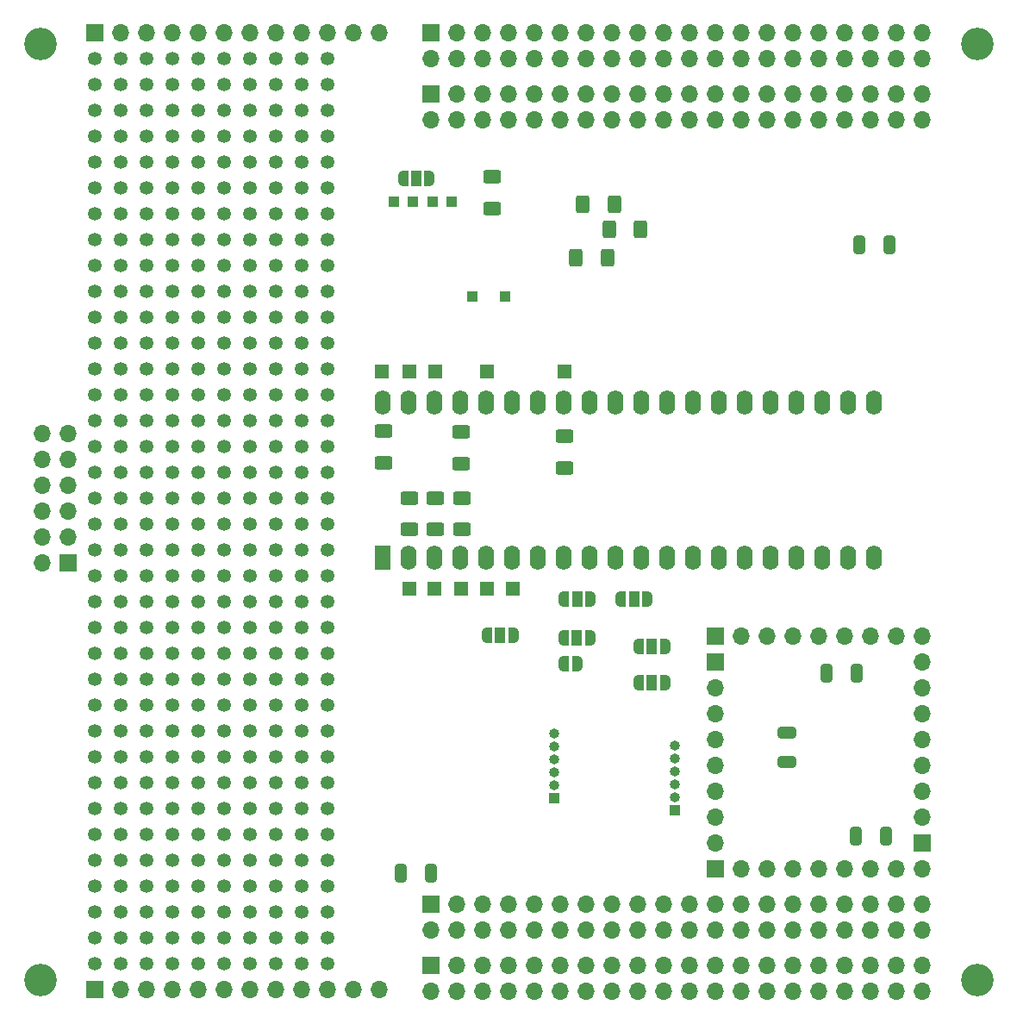
<source format=gbr>
%TF.GenerationSoftware,KiCad,Pcbnew,7.0.7-7.0.7~ubuntu20.04.1*%
%TF.CreationDate,2023-09-08T17:20:42+02:00*%
%TF.ProjectId,CPU_6809_board,4350555f-3638-4303-995f-626f6172642e,rev?*%
%TF.SameCoordinates,Original*%
%TF.FileFunction,Soldermask,Bot*%
%TF.FilePolarity,Negative*%
%FSLAX46Y46*%
G04 Gerber Fmt 4.6, Leading zero omitted, Abs format (unit mm)*
G04 Created by KiCad (PCBNEW 7.0.7-7.0.7~ubuntu20.04.1) date 2023-09-08 17:20:42*
%MOMM*%
%LPD*%
G01*
G04 APERTURE LIST*
G04 Aperture macros list*
%AMRoundRect*
0 Rectangle with rounded corners*
0 $1 Rounding radius*
0 $2 $3 $4 $5 $6 $7 $8 $9 X,Y pos of 4 corners*
0 Add a 4 corners polygon primitive as box body*
4,1,4,$2,$3,$4,$5,$6,$7,$8,$9,$2,$3,0*
0 Add four circle primitives for the rounded corners*
1,1,$1+$1,$2,$3*
1,1,$1+$1,$4,$5*
1,1,$1+$1,$6,$7*
1,1,$1+$1,$8,$9*
0 Add four rect primitives between the rounded corners*
20,1,$1+$1,$2,$3,$4,$5,0*
20,1,$1+$1,$4,$5,$6,$7,0*
20,1,$1+$1,$6,$7,$8,$9,0*
20,1,$1+$1,$8,$9,$2,$3,0*%
%AMFreePoly0*
4,1,19,0.550000,-0.750000,0.000000,-0.750000,0.000000,-0.744911,-0.071157,-0.744911,-0.207708,-0.704816,-0.327430,-0.627875,-0.420627,-0.520320,-0.479746,-0.390866,-0.500000,-0.250000,-0.500000,0.250000,-0.479746,0.390866,-0.420627,0.520320,-0.327430,0.627875,-0.207708,0.704816,-0.071157,0.744911,0.000000,0.744911,0.000000,0.750000,0.550000,0.750000,0.550000,-0.750000,0.550000,-0.750000,
$1*%
%AMFreePoly1*
4,1,19,0.000000,0.744911,0.071157,0.744911,0.207708,0.704816,0.327430,0.627875,0.420627,0.520320,0.479746,0.390866,0.500000,0.250000,0.500000,-0.250000,0.479746,-0.390866,0.420627,-0.520320,0.327430,-0.627875,0.207708,-0.704816,0.071157,-0.744911,0.000000,-0.744911,0.000000,-0.750000,-0.550000,-0.750000,-0.550000,0.750000,0.000000,0.750000,0.000000,0.744911,0.000000,0.744911,
$1*%
%AMFreePoly2*
4,1,19,0.500000,-0.750000,0.000000,-0.750000,0.000000,-0.744911,-0.071157,-0.744911,-0.207708,-0.704816,-0.327430,-0.627875,-0.420627,-0.520320,-0.479746,-0.390866,-0.500000,-0.250000,-0.500000,0.250000,-0.479746,0.390866,-0.420627,0.520320,-0.327430,0.627875,-0.207708,0.704816,-0.071157,0.744911,0.000000,0.744911,0.000000,0.750000,0.500000,0.750000,0.500000,-0.750000,0.500000,-0.750000,
$1*%
%AMFreePoly3*
4,1,19,0.000000,0.744911,0.071157,0.744911,0.207708,0.704816,0.327430,0.627875,0.420627,0.520320,0.479746,0.390866,0.500000,0.250000,0.500000,-0.250000,0.479746,-0.390866,0.420627,-0.520320,0.327430,-0.627875,0.207708,-0.704816,0.071157,-0.744911,0.000000,-0.744911,0.000000,-0.750000,-0.500000,-0.750000,-0.500000,0.750000,0.000000,0.750000,0.000000,0.744911,0.000000,0.744911,
$1*%
G04 Aperture macros list end*
%ADD10R,1.700000X1.700000*%
%ADD11O,1.700000X1.700000*%
%ADD12R,1.000000X1.000000*%
%ADD13C,1.350000*%
%ADD14R,1.350000X1.350000*%
%ADD15O,1.000000X1.000000*%
%ADD16R,1.600000X2.400000*%
%ADD17O,1.600000X2.400000*%
%ADD18C,3.200000*%
%ADD19FreePoly0,0.000000*%
%ADD20R,1.000000X1.500000*%
%ADD21FreePoly1,0.000000*%
%ADD22RoundRect,0.250000X0.625000X-0.400000X0.625000X0.400000X-0.625000X0.400000X-0.625000X-0.400000X0*%
%ADD23RoundRect,0.250000X0.325000X0.650000X-0.325000X0.650000X-0.325000X-0.650000X0.325000X-0.650000X0*%
%ADD24RoundRect,0.250000X-0.625000X0.400000X-0.625000X-0.400000X0.625000X-0.400000X0.625000X0.400000X0*%
%ADD25FreePoly2,0.000000*%
%ADD26FreePoly3,0.000000*%
%ADD27FreePoly0,180.000000*%
%ADD28FreePoly1,180.000000*%
%ADD29RoundRect,0.250000X-0.400000X-0.625000X0.400000X-0.625000X0.400000X0.625000X-0.400000X0.625000X0*%
%ADD30RoundRect,0.250000X-0.325000X-0.650000X0.325000X-0.650000X0.325000X0.650000X-0.325000X0.650000X0*%
%ADD31RoundRect,0.250000X0.400000X0.625000X-0.400000X0.625000X-0.400000X-0.625000X0.400000X-0.625000X0*%
%ADD32RoundRect,0.250000X-0.650000X0.325000X-0.650000X-0.325000X0.650000X-0.325000X0.650000X0.325000X0*%
G04 APERTURE END LIST*
D10*
%TO.C,J8*%
X167640000Y-130389005D03*
D11*
X170180000Y-130389005D03*
X172720000Y-130389005D03*
X175260000Y-130389005D03*
X177800000Y-130389005D03*
X180340000Y-130389005D03*
X182880000Y-130389005D03*
X185420000Y-130389005D03*
X187960000Y-130389005D03*
%TD*%
D12*
%TO.C,J13*%
X136042400Y-64897000D03*
%TD*%
D13*
%TO.C,J26*%
X129540000Y-139700000D03*
X129540000Y-137160000D03*
X129540000Y-134620000D03*
X129540000Y-132080000D03*
X129540000Y-129540000D03*
X129540000Y-127000000D03*
X129540000Y-124460000D03*
X129540000Y-121920000D03*
X129540000Y-119380000D03*
X129540000Y-116840000D03*
X129540000Y-114300000D03*
X129540000Y-111760000D03*
X129540000Y-109220000D03*
X129540000Y-106680000D03*
X129540000Y-104140000D03*
X129540000Y-101600000D03*
X129540000Y-99060000D03*
X129540000Y-96520000D03*
X129540000Y-93980000D03*
X129540000Y-91440000D03*
X129540000Y-88900000D03*
X129540000Y-86360000D03*
X129540000Y-83820000D03*
X129540000Y-81280000D03*
X129540000Y-78740000D03*
X129540000Y-76200000D03*
X129540000Y-73660000D03*
X129540000Y-71120000D03*
X129540000Y-68580000D03*
X129540000Y-66040000D03*
X129540000Y-63500000D03*
X129540000Y-60960000D03*
X129540000Y-58420000D03*
X129540000Y-55880000D03*
X129540000Y-53340000D03*
X129540000Y-50800000D03*
X127000000Y-50800000D03*
X127000000Y-53340000D03*
X127000000Y-55880000D03*
X127000000Y-58420000D03*
X127000000Y-60960000D03*
X127000000Y-63500000D03*
X127000000Y-66040000D03*
X127000000Y-68580000D03*
X127000000Y-71120000D03*
X127000000Y-73660000D03*
X127000000Y-76200000D03*
X127000000Y-78740000D03*
X127000000Y-81280000D03*
X127000000Y-83820000D03*
X127000000Y-86360000D03*
X127000000Y-88900000D03*
X127000000Y-91440000D03*
X127000000Y-93980000D03*
X127000000Y-96520000D03*
X127000000Y-99060000D03*
X127000000Y-101600000D03*
X127000000Y-104140000D03*
X127000000Y-106680000D03*
X127000000Y-109220000D03*
X127000000Y-111760000D03*
X127000000Y-114300000D03*
X127000000Y-116840000D03*
X127000000Y-119380000D03*
X127000000Y-121920000D03*
X127000000Y-124460000D03*
X127000000Y-127000000D03*
X127000000Y-129540000D03*
X127000000Y-132080000D03*
X127000000Y-134620000D03*
X127000000Y-137160000D03*
X127000000Y-139700000D03*
%TD*%
D10*
%TO.C,J1*%
X139700000Y-48303005D03*
D11*
X139700000Y-50843005D03*
X142240000Y-48303005D03*
X142240000Y-50843005D03*
X144780000Y-48303005D03*
X144780000Y-50843005D03*
X147320000Y-48303005D03*
X147320000Y-50843005D03*
X149860000Y-48303005D03*
X149860000Y-50843005D03*
X152400000Y-48303005D03*
X152400000Y-50843005D03*
X154940000Y-48303005D03*
X154940000Y-50843005D03*
X157480000Y-48303005D03*
X157480000Y-50843005D03*
X160020000Y-48303005D03*
X160020000Y-50843005D03*
X162560000Y-48303005D03*
X162560000Y-50843005D03*
X165100000Y-48303005D03*
X165100000Y-50843005D03*
X167640000Y-48303005D03*
X167640000Y-50843005D03*
X170180000Y-48303005D03*
X170180000Y-50843005D03*
X172720000Y-48303005D03*
X172720000Y-50843005D03*
X175260000Y-48303005D03*
X175260000Y-50843005D03*
X177800000Y-48303005D03*
X177800000Y-50843005D03*
X180340000Y-48303005D03*
X180340000Y-50843005D03*
X182880000Y-48303005D03*
X182880000Y-50843005D03*
X185420000Y-48303005D03*
X185420000Y-50843005D03*
X187960000Y-48303005D03*
X187960000Y-50843005D03*
%TD*%
D12*
%TO.C,J14*%
X141757400Y-64897000D03*
%TD*%
D14*
%TO.C,J9*%
X137541000Y-102870000D03*
%TD*%
D12*
%TO.C,J11*%
X143789400Y-74168000D03*
%TD*%
%TO.C,J31*%
X163677600Y-124663200D03*
D15*
X163677600Y-123393200D03*
X163677600Y-122123200D03*
X163677600Y-120853200D03*
X163677600Y-119583200D03*
X163677600Y-118313200D03*
%TD*%
D10*
%TO.C,J5*%
X167640000Y-107529005D03*
D11*
X170180000Y-107529005D03*
X172720000Y-107529005D03*
X175260000Y-107529005D03*
X177800000Y-107529005D03*
X180340000Y-107529005D03*
X182880000Y-107529005D03*
X185420000Y-107529005D03*
X187960000Y-107529005D03*
%TD*%
D10*
%TO.C,J4*%
X139700000Y-133849005D03*
D11*
X139700000Y-136389005D03*
X142240000Y-133849005D03*
X142240000Y-136389005D03*
X144780000Y-133849005D03*
X144780000Y-136389005D03*
X147320000Y-133849005D03*
X147320000Y-136389005D03*
X149860000Y-133849005D03*
X149860000Y-136389005D03*
X152400000Y-133849005D03*
X152400000Y-136389005D03*
X154940000Y-133849005D03*
X154940000Y-136389005D03*
X157480000Y-133849005D03*
X157480000Y-136389005D03*
X160020000Y-133849005D03*
X160020000Y-136389005D03*
X162560000Y-133849005D03*
X162560000Y-136389005D03*
X165100000Y-133849005D03*
X165100000Y-136389005D03*
X167640000Y-133849005D03*
X167640000Y-136389005D03*
X170180000Y-133849005D03*
X170180000Y-136389005D03*
X172720000Y-133849005D03*
X172720000Y-136389005D03*
X175260000Y-133849005D03*
X175260000Y-136389005D03*
X177800000Y-133849005D03*
X177800000Y-136389005D03*
X180340000Y-133849005D03*
X180340000Y-136389005D03*
X182880000Y-133849005D03*
X182880000Y-136389005D03*
X185420000Y-133849005D03*
X185420000Y-136389005D03*
X187960000Y-133849005D03*
X187960000Y-136389005D03*
%TD*%
D13*
%TO.C,J24*%
X119380000Y-139700000D03*
X119380000Y-137160000D03*
X119380000Y-134620000D03*
X119380000Y-132080000D03*
X119380000Y-129540000D03*
X119380000Y-127000000D03*
X119380000Y-124460000D03*
X119380000Y-121920000D03*
X119380000Y-119380000D03*
X119380000Y-116840000D03*
X119380000Y-114300000D03*
X119380000Y-111760000D03*
X119380000Y-109220000D03*
X119380000Y-106680000D03*
X119380000Y-104140000D03*
X119380000Y-101600000D03*
X119380000Y-99060000D03*
X119380000Y-96520000D03*
X119380000Y-93980000D03*
X119380000Y-91440000D03*
X119380000Y-88900000D03*
X119380000Y-86360000D03*
X119380000Y-83820000D03*
X119380000Y-81280000D03*
X119380000Y-78740000D03*
X119380000Y-76200000D03*
X119380000Y-73660000D03*
X119380000Y-71120000D03*
X119380000Y-68580000D03*
X119380000Y-66040000D03*
X119380000Y-63500000D03*
X119380000Y-60960000D03*
X119380000Y-58420000D03*
X119380000Y-55880000D03*
X119380000Y-53340000D03*
X119380000Y-50800000D03*
X116840000Y-50800000D03*
X116840000Y-53340000D03*
X116840000Y-55880000D03*
X116840000Y-58420000D03*
X116840000Y-60960000D03*
X116840000Y-63500000D03*
X116840000Y-66040000D03*
X116840000Y-68580000D03*
X116840000Y-71120000D03*
X116840000Y-73660000D03*
X116840000Y-76200000D03*
X116840000Y-78740000D03*
X116840000Y-81280000D03*
X116840000Y-83820000D03*
X116840000Y-86360000D03*
X116840000Y-88900000D03*
X116840000Y-91440000D03*
X116840000Y-93980000D03*
X116840000Y-96520000D03*
X116840000Y-99060000D03*
X116840000Y-101600000D03*
X116840000Y-104140000D03*
X116840000Y-106680000D03*
X116840000Y-109220000D03*
X116840000Y-111760000D03*
X116840000Y-114300000D03*
X116840000Y-116840000D03*
X116840000Y-119380000D03*
X116840000Y-121920000D03*
X116840000Y-124460000D03*
X116840000Y-127000000D03*
X116840000Y-129540000D03*
X116840000Y-132080000D03*
X116840000Y-134620000D03*
X116840000Y-137160000D03*
X116840000Y-139700000D03*
%TD*%
D16*
%TO.C,U22*%
X134975600Y-99847400D03*
D17*
X137515600Y-99847400D03*
X140055600Y-99847400D03*
X142595600Y-99847400D03*
X145135600Y-99847400D03*
X147675600Y-99847400D03*
X150215600Y-99847400D03*
X152755600Y-99847400D03*
X155295600Y-99847400D03*
X157835600Y-99847400D03*
X160375600Y-99847400D03*
X162915600Y-99847400D03*
X165455600Y-99847400D03*
X167995600Y-99847400D03*
X170535600Y-99847400D03*
X173075600Y-99847400D03*
X175615600Y-99847400D03*
X178155600Y-99847400D03*
X180695600Y-99847400D03*
X183235600Y-99847400D03*
X183235600Y-84607400D03*
X180695600Y-84607400D03*
X178155600Y-84607400D03*
X175615600Y-84607400D03*
X173075600Y-84607400D03*
X170535600Y-84607400D03*
X167995600Y-84607400D03*
X165455600Y-84607400D03*
X162915600Y-84607400D03*
X160375600Y-84607400D03*
X157835600Y-84607400D03*
X155295600Y-84607400D03*
X152755600Y-84607400D03*
X150215600Y-84607400D03*
X147675600Y-84607400D03*
X145135600Y-84607400D03*
X142595600Y-84607400D03*
X140055600Y-84607400D03*
X137515600Y-84607400D03*
X134975600Y-84607400D03*
%TD*%
D14*
%TO.C,J32*%
X137541000Y-81534000D03*
%TD*%
%TO.C,J16*%
X140030200Y-102895400D03*
%TD*%
D12*
%TO.C,J15*%
X137947400Y-64897000D03*
%TD*%
D14*
%TO.C,J19*%
X152781000Y-81534000D03*
%TD*%
%TO.C,J29*%
X145175000Y-81534000D03*
%TD*%
D10*
%TO.C,J20*%
X106680000Y-142240000D03*
D11*
X109220000Y-142240000D03*
X111760000Y-142240000D03*
X114300000Y-142240000D03*
X116840000Y-142240000D03*
X119380000Y-142240000D03*
X121920000Y-142240000D03*
X124460000Y-142240000D03*
X127000000Y-142240000D03*
X129540000Y-142240000D03*
X132080000Y-142240000D03*
X134620000Y-142240000D03*
%TD*%
D13*
%TO.C,J25*%
X124460000Y-139700000D03*
X124460000Y-137160000D03*
X124460000Y-134620000D03*
X124460000Y-132080000D03*
X124460000Y-129540000D03*
X124460000Y-127000000D03*
X124460000Y-124460000D03*
X124460000Y-121920000D03*
X124460000Y-119380000D03*
X124460000Y-116840000D03*
X124460000Y-114300000D03*
X124460000Y-111760000D03*
X124460000Y-109220000D03*
X124460000Y-106680000D03*
X124460000Y-104140000D03*
X124460000Y-101600000D03*
X124460000Y-99060000D03*
X124460000Y-96520000D03*
X124460000Y-93980000D03*
X124460000Y-91440000D03*
X124460000Y-88900000D03*
X124460000Y-86360000D03*
X124460000Y-83820000D03*
X124460000Y-81280000D03*
X124460000Y-78740000D03*
X124460000Y-76200000D03*
X124460000Y-73660000D03*
X124460000Y-71120000D03*
X124460000Y-68580000D03*
X124460000Y-66040000D03*
X124460000Y-63500000D03*
X124460000Y-60960000D03*
X124460000Y-58420000D03*
X124460000Y-55880000D03*
X124460000Y-53340000D03*
X124460000Y-50800000D03*
X121920000Y-50800000D03*
X121920000Y-53340000D03*
X121920000Y-55880000D03*
X121920000Y-58420000D03*
X121920000Y-60960000D03*
X121920000Y-63500000D03*
X121920000Y-66040000D03*
X121920000Y-68580000D03*
X121920000Y-71120000D03*
X121920000Y-73660000D03*
X121920000Y-76200000D03*
X121920000Y-78740000D03*
X121920000Y-81280000D03*
X121920000Y-83820000D03*
X121920000Y-86360000D03*
X121920000Y-88900000D03*
X121920000Y-91440000D03*
X121920000Y-93980000D03*
X121920000Y-96520000D03*
X121920000Y-99060000D03*
X121920000Y-101600000D03*
X121920000Y-104140000D03*
X121920000Y-106680000D03*
X121920000Y-109220000D03*
X121920000Y-111760000D03*
X121920000Y-114300000D03*
X121920000Y-116840000D03*
X121920000Y-119380000D03*
X121920000Y-121920000D03*
X121920000Y-124460000D03*
X121920000Y-127000000D03*
X121920000Y-129540000D03*
X121920000Y-132080000D03*
X121920000Y-134620000D03*
X121920000Y-137160000D03*
X121920000Y-139700000D03*
%TD*%
D14*
%TO.C,J33*%
X134874000Y-81534000D03*
%TD*%
D10*
%TO.C,J35*%
X104013000Y-100330000D03*
D11*
X101473000Y-100330000D03*
X104013000Y-97790000D03*
X101473000Y-97790000D03*
X104013000Y-95250000D03*
X101473000Y-95250000D03*
X104013000Y-92710000D03*
X101473000Y-92710000D03*
X104013000Y-90170000D03*
X101473000Y-90170000D03*
X104013000Y-87630000D03*
X101473000Y-87630000D03*
%TD*%
D10*
%TO.C,J2*%
X139700000Y-139849005D03*
D11*
X139700000Y-142389005D03*
X142240000Y-139849005D03*
X142240000Y-142389005D03*
X144780000Y-139849005D03*
X144780000Y-142389005D03*
X147320000Y-139849005D03*
X147320000Y-142389005D03*
X149860000Y-139849005D03*
X149860000Y-142389005D03*
X152400000Y-139849005D03*
X152400000Y-142389005D03*
X154940000Y-139849005D03*
X154940000Y-142389005D03*
X157480000Y-139849005D03*
X157480000Y-142389005D03*
X160020000Y-139849005D03*
X160020000Y-142389005D03*
X162560000Y-139849005D03*
X162560000Y-142389005D03*
X165100000Y-139849005D03*
X165100000Y-142389005D03*
X167640000Y-139849005D03*
X167640000Y-142389005D03*
X170180000Y-139849005D03*
X170180000Y-142389005D03*
X172720000Y-139849005D03*
X172720000Y-142389005D03*
X175260000Y-139849005D03*
X175260000Y-142389005D03*
X177800000Y-139849005D03*
X177800000Y-142389005D03*
X180340000Y-139849005D03*
X180340000Y-142389005D03*
X182880000Y-139849005D03*
X182880000Y-142389005D03*
X185420000Y-139849005D03*
X185420000Y-142389005D03*
X187960000Y-139849005D03*
X187960000Y-142389005D03*
%TD*%
D12*
%TO.C,J30*%
X151790400Y-123444000D03*
D15*
X151790400Y-122174000D03*
X151790400Y-120904000D03*
X151790400Y-119634000D03*
X151790400Y-118364000D03*
X151790400Y-117094000D03*
%TD*%
D10*
%TO.C,J6*%
X187960000Y-127849005D03*
D11*
X187960000Y-125309005D03*
X187960000Y-122769005D03*
X187960000Y-120229005D03*
X187960000Y-117689005D03*
X187960000Y-115149005D03*
X187960000Y-112609005D03*
X187960000Y-110069005D03*
%TD*%
D18*
%TO.C,H3*%
X193340000Y-49346005D03*
%TD*%
D12*
%TO.C,J12*%
X139852400Y-64897000D03*
%TD*%
D14*
%TO.C,J28*%
X140081000Y-81534000D03*
%TD*%
D13*
%TO.C,J23*%
X114300000Y-139700000D03*
X114300000Y-137160000D03*
X114300000Y-134620000D03*
X114300000Y-132080000D03*
X114300000Y-129540000D03*
X114300000Y-127000000D03*
X114300000Y-124460000D03*
X114300000Y-121920000D03*
X114300000Y-119380000D03*
X114300000Y-116840000D03*
X114300000Y-114300000D03*
X114300000Y-111760000D03*
X114300000Y-109220000D03*
X114300000Y-106680000D03*
X114300000Y-104140000D03*
X114300000Y-101600000D03*
X114300000Y-99060000D03*
X114300000Y-96520000D03*
X114300000Y-93980000D03*
X114300000Y-91440000D03*
X114300000Y-88900000D03*
X114300000Y-86360000D03*
X114300000Y-83820000D03*
X114300000Y-81280000D03*
X114300000Y-78740000D03*
X114300000Y-76200000D03*
X114300000Y-73660000D03*
X114300000Y-71120000D03*
X114300000Y-68580000D03*
X114300000Y-66040000D03*
X114300000Y-63500000D03*
X114300000Y-60960000D03*
X114300000Y-58420000D03*
X114300000Y-55880000D03*
X114300000Y-53340000D03*
X114300000Y-50800000D03*
X111760000Y-50800000D03*
X111760000Y-53340000D03*
X111760000Y-55880000D03*
X111760000Y-58420000D03*
X111760000Y-60960000D03*
X111760000Y-63500000D03*
X111760000Y-66040000D03*
X111760000Y-68580000D03*
X111760000Y-71120000D03*
X111760000Y-73660000D03*
X111760000Y-76200000D03*
X111760000Y-78740000D03*
X111760000Y-81280000D03*
X111760000Y-83820000D03*
X111760000Y-86360000D03*
X111760000Y-88900000D03*
X111760000Y-91440000D03*
X111760000Y-93980000D03*
X111760000Y-96520000D03*
X111760000Y-99060000D03*
X111760000Y-101600000D03*
X111760000Y-104140000D03*
X111760000Y-106680000D03*
X111760000Y-109220000D03*
X111760000Y-111760000D03*
X111760000Y-114300000D03*
X111760000Y-116840000D03*
X111760000Y-119380000D03*
X111760000Y-121920000D03*
X111760000Y-124460000D03*
X111760000Y-127000000D03*
X111760000Y-129540000D03*
X111760000Y-132080000D03*
X111760000Y-134620000D03*
X111760000Y-137160000D03*
X111760000Y-139700000D03*
%TD*%
D10*
%TO.C,J7*%
X167640000Y-110069005D03*
D11*
X167640000Y-112609005D03*
X167640000Y-115149005D03*
X167640000Y-117689005D03*
X167640000Y-120229005D03*
X167640000Y-122769005D03*
X167640000Y-125309005D03*
X167640000Y-127849005D03*
%TD*%
D12*
%TO.C,J10*%
X146964400Y-74168000D03*
%TD*%
D10*
%TO.C,J3*%
X139700000Y-54303005D03*
D11*
X139700000Y-56843005D03*
X142240000Y-54303005D03*
X142240000Y-56843005D03*
X144780000Y-54303005D03*
X144780000Y-56843005D03*
X147320000Y-54303005D03*
X147320000Y-56843005D03*
X149860000Y-54303005D03*
X149860000Y-56843005D03*
X152400000Y-54303005D03*
X152400000Y-56843005D03*
X154940000Y-54303005D03*
X154940000Y-56843005D03*
X157480000Y-54303005D03*
X157480000Y-56843005D03*
X160020000Y-54303005D03*
X160020000Y-56843005D03*
X162560000Y-54303005D03*
X162560000Y-56843005D03*
X165100000Y-54303005D03*
X165100000Y-56843005D03*
X167640000Y-54303005D03*
X167640000Y-56843005D03*
X170180000Y-54303005D03*
X170180000Y-56843005D03*
X172720000Y-54303005D03*
X172720000Y-56843005D03*
X175260000Y-54303005D03*
X175260000Y-56843005D03*
X177800000Y-54303005D03*
X177800000Y-56843005D03*
X180340000Y-54303005D03*
X180340000Y-56843005D03*
X182880000Y-54303005D03*
X182880000Y-56843005D03*
X185420000Y-54303005D03*
X185420000Y-56843005D03*
X187960000Y-54303005D03*
X187960000Y-56843005D03*
%TD*%
D14*
%TO.C,J17*%
X145211800Y-102844600D03*
%TD*%
%TO.C,J18*%
X147701000Y-102844600D03*
%TD*%
D18*
%TO.C,H1*%
X101340000Y-49346005D03*
%TD*%
%TO.C,H2*%
X101340000Y-141346005D03*
%TD*%
D14*
%TO.C,J27*%
X142621000Y-102870000D03*
%TD*%
D13*
%TO.C,J22*%
X109220000Y-139700000D03*
X109220000Y-137160000D03*
X109220000Y-134620000D03*
X109220000Y-132080000D03*
X109220000Y-129540000D03*
X109220000Y-127000000D03*
X109220000Y-124460000D03*
X109220000Y-121920000D03*
X109220000Y-119380000D03*
X109220000Y-116840000D03*
X109220000Y-114300000D03*
X109220000Y-111760000D03*
X109220000Y-109220000D03*
X109220000Y-106680000D03*
X109220000Y-104140000D03*
X109220000Y-101600000D03*
X109220000Y-99060000D03*
X109220000Y-96520000D03*
X109220000Y-93980000D03*
X109220000Y-91440000D03*
X109220000Y-88900000D03*
X109220000Y-86360000D03*
X109220000Y-83820000D03*
X109220000Y-81280000D03*
X109220000Y-78740000D03*
X109220000Y-76200000D03*
X109220000Y-73660000D03*
X109220000Y-71120000D03*
X109220000Y-68580000D03*
X109220000Y-66040000D03*
X109220000Y-63500000D03*
X109220000Y-60960000D03*
X109220000Y-58420000D03*
X109220000Y-55880000D03*
X109220000Y-53340000D03*
X109220000Y-50800000D03*
X106680000Y-50800000D03*
X106680000Y-53340000D03*
X106680000Y-55880000D03*
X106680000Y-58420000D03*
X106680000Y-60960000D03*
X106680000Y-63500000D03*
X106680000Y-66040000D03*
X106680000Y-68580000D03*
X106680000Y-71120000D03*
X106680000Y-73660000D03*
X106680000Y-76200000D03*
X106680000Y-78740000D03*
X106680000Y-81280000D03*
X106680000Y-83820000D03*
X106680000Y-86360000D03*
X106680000Y-88900000D03*
X106680000Y-91440000D03*
X106680000Y-93980000D03*
X106680000Y-96520000D03*
X106680000Y-99060000D03*
X106680000Y-101600000D03*
X106680000Y-104140000D03*
X106680000Y-106680000D03*
X106680000Y-109220000D03*
X106680000Y-111760000D03*
X106680000Y-114300000D03*
X106680000Y-116840000D03*
X106680000Y-119380000D03*
X106680000Y-121920000D03*
X106680000Y-124460000D03*
X106680000Y-127000000D03*
X106680000Y-129540000D03*
X106680000Y-132080000D03*
X106680000Y-134620000D03*
X106680000Y-137160000D03*
X106680000Y-139700000D03*
%TD*%
D10*
%TO.C,J21*%
X106680000Y-48260000D03*
D11*
X109220000Y-48260000D03*
X111760000Y-48260000D03*
X114300000Y-48260000D03*
X116840000Y-48260000D03*
X119380000Y-48260000D03*
X121920000Y-48260000D03*
X124460000Y-48260000D03*
X127000000Y-48260000D03*
X129540000Y-48260000D03*
X132080000Y-48260000D03*
X134620000Y-48260000D03*
%TD*%
D18*
%TO.C,H4*%
X193340000Y-141346005D03*
%TD*%
D19*
%TO.C,JP29*%
X136956800Y-62611000D03*
D20*
X138256800Y-62611000D03*
D21*
X139556800Y-62611000D03*
%TD*%
D22*
%TO.C,R11*%
X145745200Y-65533200D03*
X145745200Y-62433200D03*
%TD*%
D23*
%TO.C,C2*%
X139652800Y-130810000D03*
X136702800Y-130810000D03*
%TD*%
D24*
%TO.C,R23*%
X142748000Y-93954000D03*
X142748000Y-97054000D03*
%TD*%
D25*
%TO.C,JP27*%
X152751000Y-110236000D03*
D26*
X154051000Y-110236000D03*
%TD*%
D22*
%TO.C,R20*%
X142621000Y-90603000D03*
X142621000Y-87503000D03*
%TD*%
D24*
%TO.C,R22*%
X140081000Y-93954000D03*
X140081000Y-97054000D03*
%TD*%
D22*
%TO.C,R24*%
X135001000Y-90476000D03*
X135001000Y-87376000D03*
%TD*%
D27*
%TO.C,JP23*%
X147781800Y-107416600D03*
D20*
X146481800Y-107416600D03*
D28*
X145181800Y-107416600D03*
%TD*%
D24*
%TO.C,R21*%
X137541000Y-93954000D03*
X137541000Y-97054000D03*
%TD*%
D29*
%TO.C,R1*%
X157180200Y-67559000D03*
X160280200Y-67559000D03*
%TD*%
D22*
%TO.C,R25*%
X152781000Y-90984000D03*
X152781000Y-87884000D03*
%TD*%
D30*
%TO.C,C7*%
X178533000Y-111135805D03*
X181483000Y-111135805D03*
%TD*%
D27*
%TO.C,JP25*%
X162687000Y-108591000D03*
D20*
X161387000Y-108591000D03*
D28*
X160087000Y-108591000D03*
%TD*%
D30*
%TO.C,C8*%
X181405000Y-127137805D03*
X184355000Y-127137805D03*
%TD*%
%TO.C,C3*%
X181786000Y-69088000D03*
X184736000Y-69088000D03*
%TD*%
D27*
%TO.C,JP21*%
X160939000Y-103886000D03*
D20*
X159639000Y-103886000D03*
D28*
X158339000Y-103886000D03*
%TD*%
D31*
%TO.C,R10*%
X157688800Y-65146000D03*
X154588800Y-65146000D03*
%TD*%
%TO.C,R9*%
X157027800Y-70353000D03*
X153927800Y-70353000D03*
%TD*%
D32*
%TO.C,C6*%
X174625000Y-116977805D03*
X174625000Y-119927805D03*
%TD*%
D27*
%TO.C,JP22*%
X155351000Y-103886000D03*
D20*
X154051000Y-103886000D03*
D28*
X152751000Y-103886000D03*
%TD*%
D27*
%TO.C,JP24*%
X155321000Y-107696000D03*
D20*
X154021000Y-107696000D03*
D28*
X152721000Y-107696000D03*
%TD*%
D27*
%TO.C,JP26*%
X162687000Y-112141000D03*
D20*
X161387000Y-112141000D03*
D28*
X160087000Y-112141000D03*
%TD*%
M02*

</source>
